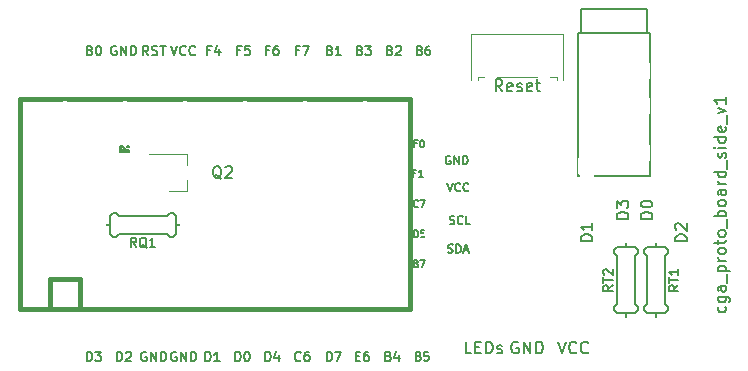
<source format=gto>
G04 #@! TF.GenerationSoftware,KiCad,Pcbnew,(5.1.9)-1*
G04 #@! TF.CreationDate,2021-05-27T01:04:45-06:00*
G04 #@! TF.ProjectId,cga_proto_boards,6367615f-7072-46f7-946f-5f626f617264,rev?*
G04 #@! TF.SameCoordinates,Original*
G04 #@! TF.FileFunction,Legend,Top*
G04 #@! TF.FilePolarity,Positive*
%FSLAX46Y46*%
G04 Gerber Fmt 4.6, Leading zero omitted, Abs format (unit mm)*
G04 Created by KiCad (PCBNEW (5.1.9)-1) date 2021-05-27 01:04:45*
%MOMM*%
%LPD*%
G01*
G04 APERTURE LIST*
%ADD10C,0.150000*%
%ADD11C,0.120000*%
%ADD12C,0.381000*%
%ADD13C,0.200000*%
%ADD14O,1.600000X2.200000*%
%ADD15C,1.500000*%
%ADD16C,1.600000*%
%ADD17R,1.200000X1.500000*%
%ADD18R,1.500000X1.200000*%
%ADD19C,1.200000*%
%ADD20C,2.100000*%
%ADD21C,1.750000*%
%ADD22C,0.402000*%
%ADD23C,1.752600*%
%ADD24C,0.700000*%
%ADD25C,4.400000*%
%ADD26R,1.900000X0.800000*%
%ADD27R,1.752600X1.752600*%
%ADD28O,1.700000X1.700000*%
%ADD29C,1.700000*%
%ADD30R,1.700000X1.700000*%
G04 APERTURE END LIST*
D10*
X86129761Y-40710357D02*
X86177380Y-40805595D01*
X86177380Y-40996071D01*
X86129761Y-41091309D01*
X86082142Y-41138928D01*
X85986904Y-41186547D01*
X85701190Y-41186547D01*
X85605952Y-41138928D01*
X85558333Y-41091309D01*
X85510714Y-40996071D01*
X85510714Y-40805595D01*
X85558333Y-40710357D01*
X85510714Y-39853214D02*
X86320238Y-39853214D01*
X86415476Y-39900833D01*
X86463095Y-39948452D01*
X86510714Y-40043690D01*
X86510714Y-40186547D01*
X86463095Y-40281785D01*
X86129761Y-39853214D02*
X86177380Y-39948452D01*
X86177380Y-40138928D01*
X86129761Y-40234166D01*
X86082142Y-40281785D01*
X85986904Y-40329404D01*
X85701190Y-40329404D01*
X85605952Y-40281785D01*
X85558333Y-40234166D01*
X85510714Y-40138928D01*
X85510714Y-39948452D01*
X85558333Y-39853214D01*
X86177380Y-38948452D02*
X85653571Y-38948452D01*
X85558333Y-38996071D01*
X85510714Y-39091309D01*
X85510714Y-39281785D01*
X85558333Y-39377023D01*
X86129761Y-38948452D02*
X86177380Y-39043690D01*
X86177380Y-39281785D01*
X86129761Y-39377023D01*
X86034523Y-39424642D01*
X85939285Y-39424642D01*
X85844047Y-39377023D01*
X85796428Y-39281785D01*
X85796428Y-39043690D01*
X85748809Y-38948452D01*
X86272619Y-38710357D02*
X86272619Y-37948452D01*
X85510714Y-37710357D02*
X86510714Y-37710357D01*
X85558333Y-37710357D02*
X85510714Y-37615119D01*
X85510714Y-37424642D01*
X85558333Y-37329404D01*
X85605952Y-37281785D01*
X85701190Y-37234166D01*
X85986904Y-37234166D01*
X86082142Y-37281785D01*
X86129761Y-37329404D01*
X86177380Y-37424642D01*
X86177380Y-37615119D01*
X86129761Y-37710357D01*
X86177380Y-36805595D02*
X85510714Y-36805595D01*
X85701190Y-36805595D02*
X85605952Y-36757976D01*
X85558333Y-36710357D01*
X85510714Y-36615119D01*
X85510714Y-36519880D01*
X86177380Y-36043690D02*
X86129761Y-36138928D01*
X86082142Y-36186547D01*
X85986904Y-36234166D01*
X85701190Y-36234166D01*
X85605952Y-36186547D01*
X85558333Y-36138928D01*
X85510714Y-36043690D01*
X85510714Y-35900833D01*
X85558333Y-35805595D01*
X85605952Y-35757976D01*
X85701190Y-35710357D01*
X85986904Y-35710357D01*
X86082142Y-35757976D01*
X86129761Y-35805595D01*
X86177380Y-35900833D01*
X86177380Y-36043690D01*
X85510714Y-35424642D02*
X85510714Y-35043690D01*
X85177380Y-35281785D02*
X86034523Y-35281785D01*
X86129761Y-35234166D01*
X86177380Y-35138928D01*
X86177380Y-35043690D01*
X86177380Y-34567500D02*
X86129761Y-34662738D01*
X86082142Y-34710357D01*
X85986904Y-34757976D01*
X85701190Y-34757976D01*
X85605952Y-34710357D01*
X85558333Y-34662738D01*
X85510714Y-34567500D01*
X85510714Y-34424642D01*
X85558333Y-34329404D01*
X85605952Y-34281785D01*
X85701190Y-34234166D01*
X85986904Y-34234166D01*
X86082142Y-34281785D01*
X86129761Y-34329404D01*
X86177380Y-34424642D01*
X86177380Y-34567500D01*
X86272619Y-34043690D02*
X86272619Y-33281785D01*
X86177380Y-33043690D02*
X85177380Y-33043690D01*
X85558333Y-33043690D02*
X85510714Y-32948452D01*
X85510714Y-32757976D01*
X85558333Y-32662738D01*
X85605952Y-32615119D01*
X85701190Y-32567500D01*
X85986904Y-32567500D01*
X86082142Y-32615119D01*
X86129761Y-32662738D01*
X86177380Y-32757976D01*
X86177380Y-32948452D01*
X86129761Y-33043690D01*
X86177380Y-31996071D02*
X86129761Y-32091309D01*
X86082142Y-32138928D01*
X85986904Y-32186547D01*
X85701190Y-32186547D01*
X85605952Y-32138928D01*
X85558333Y-32091309D01*
X85510714Y-31996071D01*
X85510714Y-31853214D01*
X85558333Y-31757976D01*
X85605952Y-31710357D01*
X85701190Y-31662738D01*
X85986904Y-31662738D01*
X86082142Y-31710357D01*
X86129761Y-31757976D01*
X86177380Y-31853214D01*
X86177380Y-31996071D01*
X86177380Y-30805595D02*
X85653571Y-30805595D01*
X85558333Y-30853214D01*
X85510714Y-30948452D01*
X85510714Y-31138928D01*
X85558333Y-31234166D01*
X86129761Y-30805595D02*
X86177380Y-30900833D01*
X86177380Y-31138928D01*
X86129761Y-31234166D01*
X86034523Y-31281785D01*
X85939285Y-31281785D01*
X85844047Y-31234166D01*
X85796428Y-31138928D01*
X85796428Y-30900833D01*
X85748809Y-30805595D01*
X86177380Y-30329404D02*
X85510714Y-30329404D01*
X85701190Y-30329404D02*
X85605952Y-30281785D01*
X85558333Y-30234166D01*
X85510714Y-30138928D01*
X85510714Y-30043690D01*
X86177380Y-29281785D02*
X85177380Y-29281785D01*
X86129761Y-29281785D02*
X86177380Y-29377023D01*
X86177380Y-29567500D01*
X86129761Y-29662738D01*
X86082142Y-29710357D01*
X85986904Y-29757976D01*
X85701190Y-29757976D01*
X85605952Y-29710357D01*
X85558333Y-29662738D01*
X85510714Y-29567500D01*
X85510714Y-29377023D01*
X85558333Y-29281785D01*
X86272619Y-29043690D02*
X86272619Y-28281785D01*
X86129761Y-28091309D02*
X86177380Y-27996071D01*
X86177380Y-27805595D01*
X86129761Y-27710357D01*
X86034523Y-27662738D01*
X85986904Y-27662738D01*
X85891666Y-27710357D01*
X85844047Y-27805595D01*
X85844047Y-27948452D01*
X85796428Y-28043690D01*
X85701190Y-28091309D01*
X85653571Y-28091309D01*
X85558333Y-28043690D01*
X85510714Y-27948452D01*
X85510714Y-27805595D01*
X85558333Y-27710357D01*
X86177380Y-27234166D02*
X85510714Y-27234166D01*
X85177380Y-27234166D02*
X85225000Y-27281785D01*
X85272619Y-27234166D01*
X85225000Y-27186547D01*
X85177380Y-27234166D01*
X85272619Y-27234166D01*
X86177380Y-26329404D02*
X85177380Y-26329404D01*
X86129761Y-26329404D02*
X86177380Y-26424642D01*
X86177380Y-26615119D01*
X86129761Y-26710357D01*
X86082142Y-26757976D01*
X85986904Y-26805595D01*
X85701190Y-26805595D01*
X85605952Y-26757976D01*
X85558333Y-26710357D01*
X85510714Y-26615119D01*
X85510714Y-26424642D01*
X85558333Y-26329404D01*
X86129761Y-25472261D02*
X86177380Y-25567500D01*
X86177380Y-25757976D01*
X86129761Y-25853214D01*
X86034523Y-25900833D01*
X85653571Y-25900833D01*
X85558333Y-25853214D01*
X85510714Y-25757976D01*
X85510714Y-25567500D01*
X85558333Y-25472261D01*
X85653571Y-25424642D01*
X85748809Y-25424642D01*
X85844047Y-25900833D01*
X86272619Y-25234166D02*
X86272619Y-24472261D01*
X85510714Y-24329404D02*
X86177380Y-24091309D01*
X85510714Y-23853214D01*
X86177380Y-22948452D02*
X86177380Y-23519880D01*
X86177380Y-23234166D02*
X85177380Y-23234166D01*
X85320238Y-23329404D01*
X85415476Y-23424642D01*
X85463095Y-23519880D01*
X79954380Y-33250095D02*
X78954380Y-33250095D01*
X78954380Y-33012000D01*
X79002000Y-32869142D01*
X79097238Y-32773904D01*
X79192476Y-32726285D01*
X79382952Y-32678666D01*
X79525809Y-32678666D01*
X79716285Y-32726285D01*
X79811523Y-32773904D01*
X79906761Y-32869142D01*
X79954380Y-33012000D01*
X79954380Y-33250095D01*
X78954380Y-32059619D02*
X78954380Y-31964380D01*
X79002000Y-31869142D01*
X79049619Y-31821523D01*
X79144857Y-31773904D01*
X79335333Y-31726285D01*
X79573428Y-31726285D01*
X79763904Y-31773904D01*
X79859142Y-31821523D01*
X79906761Y-31869142D01*
X79954380Y-31964380D01*
X79954380Y-32059619D01*
X79906761Y-32154857D01*
X79859142Y-32202476D01*
X79763904Y-32250095D01*
X79573428Y-32297714D01*
X79335333Y-32297714D01*
X79144857Y-32250095D01*
X79049619Y-32202476D01*
X79002000Y-32154857D01*
X78954380Y-32059619D01*
X82875380Y-35155095D02*
X81875380Y-35155095D01*
X81875380Y-34917000D01*
X81923000Y-34774142D01*
X82018238Y-34678904D01*
X82113476Y-34631285D01*
X82303952Y-34583666D01*
X82446809Y-34583666D01*
X82637285Y-34631285D01*
X82732523Y-34678904D01*
X82827761Y-34774142D01*
X82875380Y-34917000D01*
X82875380Y-35155095D01*
X81970619Y-34202714D02*
X81923000Y-34155095D01*
X81875380Y-34059857D01*
X81875380Y-33821761D01*
X81923000Y-33726523D01*
X81970619Y-33678904D01*
X82065857Y-33631285D01*
X82161095Y-33631285D01*
X82303952Y-33678904D01*
X82875380Y-34250333D01*
X82875380Y-33631285D01*
X77922380Y-33250095D02*
X76922380Y-33250095D01*
X76922380Y-33012000D01*
X76970000Y-32869142D01*
X77065238Y-32773904D01*
X77160476Y-32726285D01*
X77350952Y-32678666D01*
X77493809Y-32678666D01*
X77684285Y-32726285D01*
X77779523Y-32773904D01*
X77874761Y-32869142D01*
X77922380Y-33012000D01*
X77922380Y-33250095D01*
X76922380Y-32345333D02*
X76922380Y-31726285D01*
X77303333Y-32059619D01*
X77303333Y-31916761D01*
X77350952Y-31821523D01*
X77398571Y-31773904D01*
X77493809Y-31726285D01*
X77731904Y-31726285D01*
X77827142Y-31773904D01*
X77874761Y-31821523D01*
X77922380Y-31916761D01*
X77922380Y-32202476D01*
X77874761Y-32297714D01*
X77827142Y-32345333D01*
X74874380Y-35155095D02*
X73874380Y-35155095D01*
X73874380Y-34917000D01*
X73922000Y-34774142D01*
X74017238Y-34678904D01*
X74112476Y-34631285D01*
X74302952Y-34583666D01*
X74445809Y-34583666D01*
X74636285Y-34631285D01*
X74731523Y-34678904D01*
X74826761Y-34774142D01*
X74874380Y-34917000D01*
X74874380Y-35155095D01*
X74874380Y-33631285D02*
X74874380Y-34202714D01*
X74874380Y-33917000D02*
X73874380Y-33917000D01*
X74017238Y-34012238D01*
X74112476Y-34107476D01*
X74160095Y-34202714D01*
X62650000Y-36097333D02*
X62750000Y-36130666D01*
X62916666Y-36130666D01*
X62983333Y-36097333D01*
X63016666Y-36064000D01*
X63050000Y-35997333D01*
X63050000Y-35930666D01*
X63016666Y-35864000D01*
X62983333Y-35830666D01*
X62916666Y-35797333D01*
X62783333Y-35764000D01*
X62716666Y-35730666D01*
X62683333Y-35697333D01*
X62650000Y-35630666D01*
X62650000Y-35564000D01*
X62683333Y-35497333D01*
X62716666Y-35464000D01*
X62783333Y-35430666D01*
X62950000Y-35430666D01*
X63050000Y-35464000D01*
X63350000Y-36130666D02*
X63350000Y-35430666D01*
X63516666Y-35430666D01*
X63616666Y-35464000D01*
X63683333Y-35530666D01*
X63716666Y-35597333D01*
X63750000Y-35730666D01*
X63750000Y-35830666D01*
X63716666Y-35964000D01*
X63683333Y-36030666D01*
X63616666Y-36097333D01*
X63516666Y-36130666D01*
X63350000Y-36130666D01*
X64016666Y-35930666D02*
X64350000Y-35930666D01*
X63950000Y-36130666D02*
X64183333Y-35430666D01*
X64416666Y-36130666D01*
X62793666Y-33684333D02*
X62893666Y-33717666D01*
X63060333Y-33717666D01*
X63127000Y-33684333D01*
X63160333Y-33651000D01*
X63193666Y-33584333D01*
X63193666Y-33517666D01*
X63160333Y-33451000D01*
X63127000Y-33417666D01*
X63060333Y-33384333D01*
X62927000Y-33351000D01*
X62860333Y-33317666D01*
X62827000Y-33284333D01*
X62793666Y-33217666D01*
X62793666Y-33151000D01*
X62827000Y-33084333D01*
X62860333Y-33051000D01*
X62927000Y-33017666D01*
X63093666Y-33017666D01*
X63193666Y-33051000D01*
X63893666Y-33651000D02*
X63860333Y-33684333D01*
X63760333Y-33717666D01*
X63693666Y-33717666D01*
X63593666Y-33684333D01*
X63527000Y-33617666D01*
X63493666Y-33551000D01*
X63460333Y-33417666D01*
X63460333Y-33317666D01*
X63493666Y-33184333D01*
X63527000Y-33117666D01*
X63593666Y-33051000D01*
X63693666Y-33017666D01*
X63760333Y-33017666D01*
X63860333Y-33051000D01*
X63893666Y-33084333D01*
X64527000Y-33717666D02*
X64193666Y-33717666D01*
X64193666Y-33017666D01*
X62566666Y-30223666D02*
X62800000Y-30923666D01*
X63033333Y-30223666D01*
X63666666Y-30857000D02*
X63633333Y-30890333D01*
X63533333Y-30923666D01*
X63466666Y-30923666D01*
X63366666Y-30890333D01*
X63300000Y-30823666D01*
X63266666Y-30757000D01*
X63233333Y-30623666D01*
X63233333Y-30523666D01*
X63266666Y-30390333D01*
X63300000Y-30323666D01*
X63366666Y-30257000D01*
X63466666Y-30223666D01*
X63533333Y-30223666D01*
X63633333Y-30257000D01*
X63666666Y-30290333D01*
X64366666Y-30857000D02*
X64333333Y-30890333D01*
X64233333Y-30923666D01*
X64166666Y-30923666D01*
X64066666Y-30890333D01*
X64000000Y-30823666D01*
X63966666Y-30757000D01*
X63933333Y-30623666D01*
X63933333Y-30523666D01*
X63966666Y-30390333D01*
X64000000Y-30323666D01*
X64066666Y-30257000D01*
X64166666Y-30223666D01*
X64233333Y-30223666D01*
X64333333Y-30257000D01*
X64366666Y-30290333D01*
X62839666Y-27971000D02*
X62773000Y-27937666D01*
X62673000Y-27937666D01*
X62573000Y-27971000D01*
X62506333Y-28037666D01*
X62473000Y-28104333D01*
X62439666Y-28237666D01*
X62439666Y-28337666D01*
X62473000Y-28471000D01*
X62506333Y-28537666D01*
X62573000Y-28604333D01*
X62673000Y-28637666D01*
X62739666Y-28637666D01*
X62839666Y-28604333D01*
X62873000Y-28571000D01*
X62873000Y-28337666D01*
X62739666Y-28337666D01*
X63173000Y-28637666D02*
X63173000Y-27937666D01*
X63573000Y-28637666D01*
X63573000Y-27937666D01*
X63906333Y-28637666D02*
X63906333Y-27937666D01*
X64073000Y-27937666D01*
X64173000Y-27971000D01*
X64239666Y-28037666D01*
X64273000Y-28104333D01*
X64306333Y-28237666D01*
X64306333Y-28337666D01*
X64273000Y-28471000D01*
X64239666Y-28537666D01*
X64173000Y-28604333D01*
X64073000Y-28637666D01*
X63906333Y-28637666D01*
G04 #@! TO.C,T1*
X79744000Y-17526000D02*
X73644000Y-17526000D01*
X79744000Y-29626000D02*
X73644000Y-29626000D01*
X79744000Y-17526000D02*
X79744000Y-29626000D01*
X73644000Y-17526000D02*
X73644000Y-29626000D01*
X79494000Y-17526000D02*
X79494000Y-15526000D01*
X73894000Y-17526000D02*
X73894000Y-15526000D01*
X79494000Y-15526000D02*
X73894000Y-15526000D01*
G04 #@! TO.C,RT2*
X77724000Y-41275000D02*
X77724000Y-41783000D01*
X77724000Y-35179000D02*
X77724000Y-35687000D01*
X76962000Y-35687000D02*
X78486000Y-35687000D01*
X76708000Y-35941000D02*
X76962000Y-35687000D01*
X76708000Y-36195000D02*
X76708000Y-35941000D01*
X76962000Y-36449000D02*
X76708000Y-36195000D01*
X76962000Y-40513000D02*
X76962000Y-36449000D01*
X76708000Y-40767000D02*
X76962000Y-40513000D01*
X76708000Y-41021000D02*
X76708000Y-40767000D01*
X76962000Y-41275000D02*
X76708000Y-41021000D01*
X78486000Y-41275000D02*
X76962000Y-41275000D01*
X78740000Y-41021000D02*
X78486000Y-41275000D01*
X78740000Y-40767000D02*
X78740000Y-41021000D01*
X78486000Y-40513000D02*
X78740000Y-40767000D01*
X78486000Y-36449000D02*
X78486000Y-40513000D01*
X78740000Y-36195000D02*
X78486000Y-36449000D01*
X78740000Y-35941000D02*
X78740000Y-36195000D01*
X78486000Y-35687000D02*
X78740000Y-35941000D01*
G04 #@! TO.C,RT1*
X80264000Y-41275000D02*
X80264000Y-41783000D01*
X80264000Y-35179000D02*
X80264000Y-35687000D01*
X79502000Y-35687000D02*
X81026000Y-35687000D01*
X79248000Y-35941000D02*
X79502000Y-35687000D01*
X79248000Y-36195000D02*
X79248000Y-35941000D01*
X79502000Y-36449000D02*
X79248000Y-36195000D01*
X79502000Y-40513000D02*
X79502000Y-36449000D01*
X79248000Y-40767000D02*
X79502000Y-40513000D01*
X79248000Y-41021000D02*
X79248000Y-40767000D01*
X79502000Y-41275000D02*
X79248000Y-41021000D01*
X81026000Y-41275000D02*
X79502000Y-41275000D01*
X81280000Y-41021000D02*
X81026000Y-41275000D01*
X81280000Y-40767000D02*
X81280000Y-41021000D01*
X81026000Y-40513000D02*
X81280000Y-40767000D01*
X81026000Y-36449000D02*
X81026000Y-40513000D01*
X81280000Y-36195000D02*
X81026000Y-36449000D01*
X81280000Y-35941000D02*
X81280000Y-36195000D01*
X81026000Y-35687000D02*
X81280000Y-35941000D01*
G04 #@! TO.C,RQ1*
X39624000Y-33782000D02*
X40132000Y-33782000D01*
X33528000Y-33782000D02*
X34036000Y-33782000D01*
X34036000Y-34544000D02*
X34036000Y-33020000D01*
X34290000Y-34798000D02*
X34036000Y-34544000D01*
X34544000Y-34798000D02*
X34290000Y-34798000D01*
X34798000Y-34544000D02*
X34544000Y-34798000D01*
X38862000Y-34544000D02*
X34798000Y-34544000D01*
X39116000Y-34798000D02*
X38862000Y-34544000D01*
X39370000Y-34798000D02*
X39116000Y-34798000D01*
X39624000Y-34544000D02*
X39370000Y-34798000D01*
X39624000Y-33020000D02*
X39624000Y-34544000D01*
X39370000Y-32766000D02*
X39624000Y-33020000D01*
X39116000Y-32766000D02*
X39370000Y-32766000D01*
X38862000Y-33020000D02*
X39116000Y-32766000D01*
X34798000Y-33020000D02*
X38862000Y-33020000D01*
X34544000Y-32766000D02*
X34798000Y-33020000D01*
X34290000Y-32766000D02*
X34544000Y-32766000D01*
X34036000Y-33020000D02*
X34290000Y-32766000D01*
D11*
G04 #@! TO.C,Reset*
X64633000Y-17620000D02*
X64633000Y-21520000D01*
X66793000Y-21290000D02*
X70193000Y-21290000D01*
X65153000Y-21290000D02*
X65153000Y-21520000D01*
X65153000Y-21290000D02*
X65693000Y-21290000D01*
X71833000Y-21290000D02*
X71833000Y-21520000D01*
X64633000Y-17620000D02*
X72353000Y-17620000D01*
X72353000Y-17620000D02*
X72353000Y-21520000D01*
X71293000Y-21290000D02*
X71833000Y-21290000D01*
G04 #@! TO.C,Q2*
X40511000Y-30917000D02*
X39051000Y-30917000D01*
X40511000Y-27757000D02*
X37351000Y-27757000D01*
X40511000Y-27757000D02*
X40511000Y-28687000D01*
X40511000Y-30917000D02*
X40511000Y-29987000D01*
D12*
G04 #@! TO.C,U1*
X28956000Y-38354000D02*
X28956000Y-40894000D01*
X26416000Y-40894000D02*
X28956000Y-40894000D01*
X26416000Y-23114000D02*
X26416000Y-40894000D01*
X28956000Y-23114000D02*
X26416000Y-23114000D01*
D10*
G36*
X35435360Y-27072432D02*
G01*
X35635360Y-27072432D01*
X35635360Y-27172432D01*
X35435360Y-27172432D01*
X35435360Y-27072432D01*
G37*
X35435360Y-27072432D02*
X35635360Y-27072432D01*
X35635360Y-27172432D01*
X35435360Y-27172432D01*
X35435360Y-27072432D01*
G36*
X34835360Y-27472432D02*
G01*
X35635360Y-27472432D01*
X35635360Y-27572432D01*
X34835360Y-27572432D01*
X34835360Y-27472432D01*
G37*
X34835360Y-27472432D02*
X35635360Y-27472432D01*
X35635360Y-27572432D01*
X34835360Y-27572432D01*
X34835360Y-27472432D01*
G36*
X34835360Y-27072432D02*
G01*
X34935360Y-27072432D01*
X34935360Y-27572432D01*
X34835360Y-27572432D01*
X34835360Y-27072432D01*
G37*
X34835360Y-27072432D02*
X34935360Y-27072432D01*
X34935360Y-27572432D01*
X34835360Y-27572432D01*
X34835360Y-27072432D01*
G36*
X35235360Y-27272432D02*
G01*
X35335360Y-27272432D01*
X35335360Y-27372432D01*
X35235360Y-27372432D01*
X35235360Y-27272432D01*
G37*
X35235360Y-27272432D02*
X35335360Y-27272432D01*
X35335360Y-27372432D01*
X35235360Y-27372432D01*
X35235360Y-27272432D01*
G36*
X34835360Y-27072432D02*
G01*
X35135360Y-27072432D01*
X35135360Y-27172432D01*
X34835360Y-27172432D01*
X34835360Y-27072432D01*
G37*
X34835360Y-27072432D02*
X35135360Y-27072432D01*
X35135360Y-27172432D01*
X34835360Y-27172432D01*
X34835360Y-27072432D01*
D12*
X31496000Y-38354000D02*
X31496000Y-40894000D01*
X28956000Y-38354000D02*
X31496000Y-38354000D01*
X59436000Y-23114000D02*
X28956000Y-23114000D01*
X59436000Y-40894000D02*
X59436000Y-23114000D01*
X28956000Y-40894000D02*
X59436000Y-40894000D01*
G04 #@! TO.C,*
D10*
G04 #@! TO.C,RT2*
X76585904Y-38893695D02*
X76204952Y-39160361D01*
X76585904Y-39350838D02*
X75785904Y-39350838D01*
X75785904Y-39046076D01*
X75824000Y-38969885D01*
X75862095Y-38931790D01*
X75938285Y-38893695D01*
X76052571Y-38893695D01*
X76128761Y-38931790D01*
X76166857Y-38969885D01*
X76204952Y-39046076D01*
X76204952Y-39350838D01*
X75785904Y-38665123D02*
X75785904Y-38207980D01*
X76585904Y-38436552D02*
X75785904Y-38436552D01*
X75862095Y-37979409D02*
X75824000Y-37941314D01*
X75785904Y-37865123D01*
X75785904Y-37674647D01*
X75824000Y-37598457D01*
X75862095Y-37560361D01*
X75938285Y-37522266D01*
X76014476Y-37522266D01*
X76128761Y-37560361D01*
X76585904Y-38017504D01*
X76585904Y-37522266D01*
G04 #@! TO.C,RT1*
X82149904Y-38893695D02*
X81768952Y-39160361D01*
X82149904Y-39350838D02*
X81349904Y-39350838D01*
X81349904Y-39046076D01*
X81388000Y-38969885D01*
X81426095Y-38931790D01*
X81502285Y-38893695D01*
X81616571Y-38893695D01*
X81692761Y-38931790D01*
X81730857Y-38969885D01*
X81768952Y-39046076D01*
X81768952Y-39350838D01*
X81349904Y-38665123D02*
X81349904Y-38207980D01*
X82149904Y-38436552D02*
X81349904Y-38436552D01*
X82149904Y-37522266D02*
X82149904Y-37979409D01*
X82149904Y-37750838D02*
X81349904Y-37750838D01*
X81464190Y-37827028D01*
X81540380Y-37903219D01*
X81578476Y-37979409D01*
G04 #@! TO.C,RQ1*
X36252219Y-35643904D02*
X35985552Y-35262952D01*
X35795076Y-35643904D02*
X35795076Y-34843904D01*
X36099838Y-34843904D01*
X36176028Y-34882000D01*
X36214123Y-34920095D01*
X36252219Y-34996285D01*
X36252219Y-35110571D01*
X36214123Y-35186761D01*
X36176028Y-35224857D01*
X36099838Y-35262952D01*
X35795076Y-35262952D01*
X37128409Y-35720095D02*
X37052219Y-35682000D01*
X36976028Y-35605809D01*
X36861742Y-35491523D01*
X36785552Y-35453428D01*
X36709361Y-35453428D01*
X36747457Y-35643904D02*
X36671266Y-35605809D01*
X36595076Y-35529619D01*
X36556980Y-35377238D01*
X36556980Y-35110571D01*
X36595076Y-34958190D01*
X36671266Y-34882000D01*
X36747457Y-34843904D01*
X36899838Y-34843904D01*
X36976028Y-34882000D01*
X37052219Y-34958190D01*
X37090314Y-35110571D01*
X37090314Y-35377238D01*
X37052219Y-35529619D01*
X36976028Y-35605809D01*
X36899838Y-35643904D01*
X36747457Y-35643904D01*
X37852219Y-35643904D02*
X37395076Y-35643904D01*
X37623647Y-35643904D02*
X37623647Y-34843904D01*
X37547457Y-34958190D01*
X37471266Y-35034380D01*
X37395076Y-35072476D01*
G04 #@! TO.C,Reset*
X67254904Y-22452380D02*
X66921571Y-21976190D01*
X66683476Y-22452380D02*
X66683476Y-21452380D01*
X67064428Y-21452380D01*
X67159666Y-21500000D01*
X67207285Y-21547619D01*
X67254904Y-21642857D01*
X67254904Y-21785714D01*
X67207285Y-21880952D01*
X67159666Y-21928571D01*
X67064428Y-21976190D01*
X66683476Y-21976190D01*
X68064428Y-22404761D02*
X67969190Y-22452380D01*
X67778714Y-22452380D01*
X67683476Y-22404761D01*
X67635857Y-22309523D01*
X67635857Y-21928571D01*
X67683476Y-21833333D01*
X67778714Y-21785714D01*
X67969190Y-21785714D01*
X68064428Y-21833333D01*
X68112047Y-21928571D01*
X68112047Y-22023809D01*
X67635857Y-22119047D01*
X68493000Y-22404761D02*
X68588238Y-22452380D01*
X68778714Y-22452380D01*
X68873952Y-22404761D01*
X68921571Y-22309523D01*
X68921571Y-22261904D01*
X68873952Y-22166666D01*
X68778714Y-22119047D01*
X68635857Y-22119047D01*
X68540619Y-22071428D01*
X68493000Y-21976190D01*
X68493000Y-21928571D01*
X68540619Y-21833333D01*
X68635857Y-21785714D01*
X68778714Y-21785714D01*
X68873952Y-21833333D01*
X69731095Y-22404761D02*
X69635857Y-22452380D01*
X69445380Y-22452380D01*
X69350142Y-22404761D01*
X69302523Y-22309523D01*
X69302523Y-21928571D01*
X69350142Y-21833333D01*
X69445380Y-21785714D01*
X69635857Y-21785714D01*
X69731095Y-21833333D01*
X69778714Y-21928571D01*
X69778714Y-22023809D01*
X69302523Y-22119047D01*
X70064428Y-21785714D02*
X70445380Y-21785714D01*
X70207285Y-21452380D02*
X70207285Y-22309523D01*
X70254904Y-22404761D01*
X70350142Y-22452380D01*
X70445380Y-22452380D01*
G04 #@! TO.C,H3*
D13*
X71945666Y-43648380D02*
X72279000Y-44648380D01*
X72612333Y-43648380D01*
X73517095Y-44553142D02*
X73469476Y-44600761D01*
X73326619Y-44648380D01*
X73231380Y-44648380D01*
X73088523Y-44600761D01*
X72993285Y-44505523D01*
X72945666Y-44410285D01*
X72898047Y-44219809D01*
X72898047Y-44076952D01*
X72945666Y-43886476D01*
X72993285Y-43791238D01*
X73088523Y-43696000D01*
X73231380Y-43648380D01*
X73326619Y-43648380D01*
X73469476Y-43696000D01*
X73517095Y-43743619D01*
X74517095Y-44553142D02*
X74469476Y-44600761D01*
X74326619Y-44648380D01*
X74231380Y-44648380D01*
X74088523Y-44600761D01*
X73993285Y-44505523D01*
X73945666Y-44410285D01*
X73898047Y-44219809D01*
X73898047Y-44076952D01*
X73945666Y-43886476D01*
X73993285Y-43791238D01*
X74088523Y-43696000D01*
X74231380Y-43648380D01*
X74326619Y-43648380D01*
X74469476Y-43696000D01*
X74517095Y-43743619D01*
G04 #@! TO.C,H2*
X68580095Y-43696000D02*
X68484857Y-43648380D01*
X68342000Y-43648380D01*
X68199142Y-43696000D01*
X68103904Y-43791238D01*
X68056285Y-43886476D01*
X68008666Y-44076952D01*
X68008666Y-44219809D01*
X68056285Y-44410285D01*
X68103904Y-44505523D01*
X68199142Y-44600761D01*
X68342000Y-44648380D01*
X68437238Y-44648380D01*
X68580095Y-44600761D01*
X68627714Y-44553142D01*
X68627714Y-44219809D01*
X68437238Y-44219809D01*
X69056285Y-44648380D02*
X69056285Y-43648380D01*
X69627714Y-44648380D01*
X69627714Y-43648380D01*
X70103904Y-44648380D02*
X70103904Y-43648380D01*
X70342000Y-43648380D01*
X70484857Y-43696000D01*
X70580095Y-43791238D01*
X70627714Y-43886476D01*
X70675333Y-44076952D01*
X70675333Y-44219809D01*
X70627714Y-44410285D01*
X70580095Y-44505523D01*
X70484857Y-44600761D01*
X70342000Y-44648380D01*
X70103904Y-44648380D01*
G04 #@! TO.C,H1*
X64611380Y-44648380D02*
X64135190Y-44648380D01*
X64135190Y-43648380D01*
X64944714Y-44124571D02*
X65278047Y-44124571D01*
X65420904Y-44648380D02*
X64944714Y-44648380D01*
X64944714Y-43648380D01*
X65420904Y-43648380D01*
X65849476Y-44648380D02*
X65849476Y-43648380D01*
X66087571Y-43648380D01*
X66230428Y-43696000D01*
X66325666Y-43791238D01*
X66373285Y-43886476D01*
X66420904Y-44076952D01*
X66420904Y-44219809D01*
X66373285Y-44410285D01*
X66325666Y-44505523D01*
X66230428Y-44600761D01*
X66087571Y-44648380D01*
X65849476Y-44648380D01*
X66801857Y-44600761D02*
X66897095Y-44648380D01*
X67087571Y-44648380D01*
X67182809Y-44600761D01*
X67230428Y-44505523D01*
X67230428Y-44457904D01*
X67182809Y-44362666D01*
X67087571Y-44315047D01*
X66944714Y-44315047D01*
X66849476Y-44267428D01*
X66801857Y-44172190D01*
X66801857Y-44124571D01*
X66849476Y-44029333D01*
X66944714Y-43981714D01*
X67087571Y-43981714D01*
X67182809Y-44029333D01*
G04 #@! TO.C,Q2*
D10*
X43465761Y-29884619D02*
X43370523Y-29837000D01*
X43275285Y-29741761D01*
X43132428Y-29598904D01*
X43037190Y-29551285D01*
X42941952Y-29551285D01*
X42989571Y-29789380D02*
X42894333Y-29741761D01*
X42799095Y-29646523D01*
X42751476Y-29456047D01*
X42751476Y-29122714D01*
X42799095Y-28932238D01*
X42894333Y-28837000D01*
X42989571Y-28789380D01*
X43180047Y-28789380D01*
X43275285Y-28837000D01*
X43370523Y-28932238D01*
X43418142Y-29122714D01*
X43418142Y-29456047D01*
X43370523Y-29646523D01*
X43275285Y-29741761D01*
X43180047Y-29789380D01*
X42989571Y-29789380D01*
X43799095Y-28884619D02*
X43846714Y-28837000D01*
X43941952Y-28789380D01*
X44180047Y-28789380D01*
X44275285Y-28837000D01*
X44322904Y-28884619D01*
X44370523Y-28979857D01*
X44370523Y-29075095D01*
X44322904Y-29217952D01*
X43751476Y-29789380D01*
X44370523Y-29789380D01*
G04 #@! TO.C,U1*
X57715190Y-18992857D02*
X57829476Y-19030952D01*
X57867571Y-19069047D01*
X57905666Y-19145238D01*
X57905666Y-19259523D01*
X57867571Y-19335714D01*
X57829476Y-19373809D01*
X57753285Y-19411904D01*
X57448523Y-19411904D01*
X57448523Y-18611904D01*
X57715190Y-18611904D01*
X57791380Y-18650000D01*
X57829476Y-18688095D01*
X57867571Y-18764285D01*
X57867571Y-18840476D01*
X57829476Y-18916666D01*
X57791380Y-18954761D01*
X57715190Y-18992857D01*
X57448523Y-18992857D01*
X58210428Y-18688095D02*
X58248523Y-18650000D01*
X58324714Y-18611904D01*
X58515190Y-18611904D01*
X58591380Y-18650000D01*
X58629476Y-18688095D01*
X58667571Y-18764285D01*
X58667571Y-18840476D01*
X58629476Y-18954761D01*
X58172333Y-19411904D01*
X58667571Y-19411904D01*
X50025333Y-18992857D02*
X49758666Y-18992857D01*
X49758666Y-19411904D02*
X49758666Y-18611904D01*
X50139619Y-18611904D01*
X50368190Y-18611904D02*
X50901523Y-18611904D01*
X50558666Y-19411904D01*
X47485333Y-18992857D02*
X47218666Y-18992857D01*
X47218666Y-19411904D02*
X47218666Y-18611904D01*
X47599619Y-18611904D01*
X48247238Y-18611904D02*
X48094857Y-18611904D01*
X48018666Y-18650000D01*
X47980571Y-18688095D01*
X47904380Y-18802380D01*
X47866285Y-18954761D01*
X47866285Y-19259523D01*
X47904380Y-19335714D01*
X47942476Y-19373809D01*
X48018666Y-19411904D01*
X48171047Y-19411904D01*
X48247238Y-19373809D01*
X48285333Y-19335714D01*
X48323428Y-19259523D01*
X48323428Y-19069047D01*
X48285333Y-18992857D01*
X48247238Y-18954761D01*
X48171047Y-18916666D01*
X48018666Y-18916666D01*
X47942476Y-18954761D01*
X47904380Y-18992857D01*
X47866285Y-19069047D01*
X45072333Y-18992857D02*
X44805666Y-18992857D01*
X44805666Y-19411904D02*
X44805666Y-18611904D01*
X45186619Y-18611904D01*
X45872333Y-18611904D02*
X45491380Y-18611904D01*
X45453285Y-18992857D01*
X45491380Y-18954761D01*
X45567571Y-18916666D01*
X45758047Y-18916666D01*
X45834238Y-18954761D01*
X45872333Y-18992857D01*
X45910428Y-19069047D01*
X45910428Y-19259523D01*
X45872333Y-19335714D01*
X45834238Y-19373809D01*
X45758047Y-19411904D01*
X45567571Y-19411904D01*
X45491380Y-19373809D01*
X45453285Y-19335714D01*
X32315190Y-18992857D02*
X32429476Y-19030952D01*
X32467571Y-19069047D01*
X32505666Y-19145238D01*
X32505666Y-19259523D01*
X32467571Y-19335714D01*
X32429476Y-19373809D01*
X32353285Y-19411904D01*
X32048523Y-19411904D01*
X32048523Y-18611904D01*
X32315190Y-18611904D01*
X32391380Y-18650000D01*
X32429476Y-18688095D01*
X32467571Y-18764285D01*
X32467571Y-18840476D01*
X32429476Y-18916666D01*
X32391380Y-18954761D01*
X32315190Y-18992857D01*
X32048523Y-18992857D01*
X33000904Y-18611904D02*
X33077095Y-18611904D01*
X33153285Y-18650000D01*
X33191380Y-18688095D01*
X33229476Y-18764285D01*
X33267571Y-18916666D01*
X33267571Y-19107142D01*
X33229476Y-19259523D01*
X33191380Y-19335714D01*
X33153285Y-19373809D01*
X33077095Y-19411904D01*
X33000904Y-19411904D01*
X32924714Y-19373809D01*
X32886619Y-19335714D01*
X32848523Y-19259523D01*
X32810428Y-19107142D01*
X32810428Y-18916666D01*
X32848523Y-18764285D01*
X32886619Y-18688095D01*
X32924714Y-18650000D01*
X33000904Y-18611904D01*
X34569476Y-18650000D02*
X34493285Y-18611904D01*
X34379000Y-18611904D01*
X34264714Y-18650000D01*
X34188523Y-18726190D01*
X34150428Y-18802380D01*
X34112333Y-18954761D01*
X34112333Y-19069047D01*
X34150428Y-19221428D01*
X34188523Y-19297619D01*
X34264714Y-19373809D01*
X34379000Y-19411904D01*
X34455190Y-19411904D01*
X34569476Y-19373809D01*
X34607571Y-19335714D01*
X34607571Y-19069047D01*
X34455190Y-19069047D01*
X34950428Y-19411904D02*
X34950428Y-18611904D01*
X35407571Y-19411904D01*
X35407571Y-18611904D01*
X35788523Y-19411904D02*
X35788523Y-18611904D01*
X35979000Y-18611904D01*
X36093285Y-18650000D01*
X36169476Y-18726190D01*
X36207571Y-18802380D01*
X36245666Y-18954761D01*
X36245666Y-19069047D01*
X36207571Y-19221428D01*
X36169476Y-19297619D01*
X36093285Y-19373809D01*
X35979000Y-19411904D01*
X35788523Y-19411904D01*
X37280904Y-19411904D02*
X37014238Y-19030952D01*
X36823761Y-19411904D02*
X36823761Y-18611904D01*
X37128523Y-18611904D01*
X37204714Y-18650000D01*
X37242809Y-18688095D01*
X37280904Y-18764285D01*
X37280904Y-18878571D01*
X37242809Y-18954761D01*
X37204714Y-18992857D01*
X37128523Y-19030952D01*
X36823761Y-19030952D01*
X37585666Y-19373809D02*
X37699952Y-19411904D01*
X37890428Y-19411904D01*
X37966619Y-19373809D01*
X38004714Y-19335714D01*
X38042809Y-19259523D01*
X38042809Y-19183333D01*
X38004714Y-19107142D01*
X37966619Y-19069047D01*
X37890428Y-19030952D01*
X37738047Y-18992857D01*
X37661857Y-18954761D01*
X37623761Y-18916666D01*
X37585666Y-18840476D01*
X37585666Y-18764285D01*
X37623761Y-18688095D01*
X37661857Y-18650000D01*
X37738047Y-18611904D01*
X37928523Y-18611904D01*
X38042809Y-18650000D01*
X38271380Y-18611904D02*
X38728523Y-18611904D01*
X38499952Y-19411904D02*
X38499952Y-18611904D01*
X39192333Y-18611904D02*
X39459000Y-19411904D01*
X39725666Y-18611904D01*
X40449476Y-19335714D02*
X40411380Y-19373809D01*
X40297095Y-19411904D01*
X40220904Y-19411904D01*
X40106619Y-19373809D01*
X40030428Y-19297619D01*
X39992333Y-19221428D01*
X39954238Y-19069047D01*
X39954238Y-18954761D01*
X39992333Y-18802380D01*
X40030428Y-18726190D01*
X40106619Y-18650000D01*
X40220904Y-18611904D01*
X40297095Y-18611904D01*
X40411380Y-18650000D01*
X40449476Y-18688095D01*
X41249476Y-19335714D02*
X41211380Y-19373809D01*
X41097095Y-19411904D01*
X41020904Y-19411904D01*
X40906619Y-19373809D01*
X40830428Y-19297619D01*
X40792333Y-19221428D01*
X40754238Y-19069047D01*
X40754238Y-18954761D01*
X40792333Y-18802380D01*
X40830428Y-18726190D01*
X40906619Y-18650000D01*
X41020904Y-18611904D01*
X41097095Y-18611904D01*
X41211380Y-18650000D01*
X41249476Y-18688095D01*
X42532333Y-18992857D02*
X42265666Y-18992857D01*
X42265666Y-19411904D02*
X42265666Y-18611904D01*
X42646619Y-18611904D01*
X43294238Y-18878571D02*
X43294238Y-19411904D01*
X43103761Y-18573809D02*
X42913285Y-19145238D01*
X43408523Y-19145238D01*
X52635190Y-18992857D02*
X52749476Y-19030952D01*
X52787571Y-19069047D01*
X52825666Y-19145238D01*
X52825666Y-19259523D01*
X52787571Y-19335714D01*
X52749476Y-19373809D01*
X52673285Y-19411904D01*
X52368523Y-19411904D01*
X52368523Y-18611904D01*
X52635190Y-18611904D01*
X52711380Y-18650000D01*
X52749476Y-18688095D01*
X52787571Y-18764285D01*
X52787571Y-18840476D01*
X52749476Y-18916666D01*
X52711380Y-18954761D01*
X52635190Y-18992857D01*
X52368523Y-18992857D01*
X53587571Y-19411904D02*
X53130428Y-19411904D01*
X53359000Y-19411904D02*
X53359000Y-18611904D01*
X53282809Y-18726190D01*
X53206619Y-18802380D01*
X53130428Y-18840476D01*
X55175190Y-18992857D02*
X55289476Y-19030952D01*
X55327571Y-19069047D01*
X55365666Y-19145238D01*
X55365666Y-19259523D01*
X55327571Y-19335714D01*
X55289476Y-19373809D01*
X55213285Y-19411904D01*
X54908523Y-19411904D01*
X54908523Y-18611904D01*
X55175190Y-18611904D01*
X55251380Y-18650000D01*
X55289476Y-18688095D01*
X55327571Y-18764285D01*
X55327571Y-18840476D01*
X55289476Y-18916666D01*
X55251380Y-18954761D01*
X55175190Y-18992857D01*
X54908523Y-18992857D01*
X55632333Y-18611904D02*
X56127571Y-18611904D01*
X55860904Y-18916666D01*
X55975190Y-18916666D01*
X56051380Y-18954761D01*
X56089476Y-18992857D01*
X56127571Y-19069047D01*
X56127571Y-19259523D01*
X56089476Y-19335714D01*
X56051380Y-19373809D01*
X55975190Y-19411904D01*
X55746619Y-19411904D01*
X55670428Y-19373809D01*
X55632333Y-19335714D01*
X60168666Y-44908000D02*
X60268666Y-44941333D01*
X60302000Y-44974666D01*
X60335333Y-45041333D01*
X60335333Y-45141333D01*
X60302000Y-45208000D01*
X60268666Y-45241333D01*
X60202000Y-45274666D01*
X59935333Y-45274666D01*
X59935333Y-44574666D01*
X60168666Y-44574666D01*
X60235333Y-44608000D01*
X60268666Y-44641333D01*
X60302000Y-44708000D01*
X60302000Y-44774666D01*
X60268666Y-44841333D01*
X60235333Y-44874666D01*
X60168666Y-44908000D01*
X59935333Y-44908000D01*
X60968666Y-44574666D02*
X60635333Y-44574666D01*
X60602000Y-44908000D01*
X60635333Y-44874666D01*
X60702000Y-44841333D01*
X60868666Y-44841333D01*
X60935333Y-44874666D01*
X60968666Y-44908000D01*
X61002000Y-44974666D01*
X61002000Y-45141333D01*
X60968666Y-45208000D01*
X60935333Y-45241333D01*
X60868666Y-45274666D01*
X60702000Y-45274666D01*
X60635333Y-45241333D01*
X60602000Y-45208000D01*
X57588190Y-44900857D02*
X57702476Y-44938952D01*
X57740571Y-44977047D01*
X57778666Y-45053238D01*
X57778666Y-45167523D01*
X57740571Y-45243714D01*
X57702476Y-45281809D01*
X57626285Y-45319904D01*
X57321523Y-45319904D01*
X57321523Y-44519904D01*
X57588190Y-44519904D01*
X57664380Y-44558000D01*
X57702476Y-44596095D01*
X57740571Y-44672285D01*
X57740571Y-44748476D01*
X57702476Y-44824666D01*
X57664380Y-44862761D01*
X57588190Y-44900857D01*
X57321523Y-44900857D01*
X58464380Y-44786571D02*
X58464380Y-45319904D01*
X58273904Y-44481809D02*
X58083428Y-45053238D01*
X58578666Y-45053238D01*
X54819619Y-44900857D02*
X55086285Y-44900857D01*
X55200571Y-45319904D02*
X54819619Y-45319904D01*
X54819619Y-44519904D01*
X55200571Y-44519904D01*
X55886285Y-44519904D02*
X55733904Y-44519904D01*
X55657714Y-44558000D01*
X55619619Y-44596095D01*
X55543428Y-44710380D01*
X55505333Y-44862761D01*
X55505333Y-45167523D01*
X55543428Y-45243714D01*
X55581523Y-45281809D01*
X55657714Y-45319904D01*
X55810095Y-45319904D01*
X55886285Y-45281809D01*
X55924380Y-45243714D01*
X55962476Y-45167523D01*
X55962476Y-44977047D01*
X55924380Y-44900857D01*
X55886285Y-44862761D01*
X55810095Y-44824666D01*
X55657714Y-44824666D01*
X55581523Y-44862761D01*
X55543428Y-44900857D01*
X55505333Y-44977047D01*
X52368523Y-45319904D02*
X52368523Y-44519904D01*
X52559000Y-44519904D01*
X52673285Y-44558000D01*
X52749476Y-44634190D01*
X52787571Y-44710380D01*
X52825666Y-44862761D01*
X52825666Y-44977047D01*
X52787571Y-45129428D01*
X52749476Y-45205619D01*
X52673285Y-45281809D01*
X52559000Y-45319904D01*
X52368523Y-45319904D01*
X53092333Y-44519904D02*
X53625666Y-44519904D01*
X53282809Y-45319904D01*
X50158666Y-45243714D02*
X50120571Y-45281809D01*
X50006285Y-45319904D01*
X49930095Y-45319904D01*
X49815809Y-45281809D01*
X49739619Y-45205619D01*
X49701523Y-45129428D01*
X49663428Y-44977047D01*
X49663428Y-44862761D01*
X49701523Y-44710380D01*
X49739619Y-44634190D01*
X49815809Y-44558000D01*
X49930095Y-44519904D01*
X50006285Y-44519904D01*
X50120571Y-44558000D01*
X50158666Y-44596095D01*
X50844380Y-44519904D02*
X50692000Y-44519904D01*
X50615809Y-44558000D01*
X50577714Y-44596095D01*
X50501523Y-44710380D01*
X50463428Y-44862761D01*
X50463428Y-45167523D01*
X50501523Y-45243714D01*
X50539619Y-45281809D01*
X50615809Y-45319904D01*
X50768190Y-45319904D01*
X50844380Y-45281809D01*
X50882476Y-45243714D01*
X50920571Y-45167523D01*
X50920571Y-44977047D01*
X50882476Y-44900857D01*
X50844380Y-44862761D01*
X50768190Y-44824666D01*
X50615809Y-44824666D01*
X50539619Y-44862761D01*
X50501523Y-44900857D01*
X50463428Y-44977047D01*
X47161523Y-45319904D02*
X47161523Y-44519904D01*
X47352000Y-44519904D01*
X47466285Y-44558000D01*
X47542476Y-44634190D01*
X47580571Y-44710380D01*
X47618666Y-44862761D01*
X47618666Y-44977047D01*
X47580571Y-45129428D01*
X47542476Y-45205619D01*
X47466285Y-45281809D01*
X47352000Y-45319904D01*
X47161523Y-45319904D01*
X48304380Y-44786571D02*
X48304380Y-45319904D01*
X48113904Y-44481809D02*
X47923428Y-45053238D01*
X48418666Y-45053238D01*
X37109476Y-44558000D02*
X37033285Y-44519904D01*
X36919000Y-44519904D01*
X36804714Y-44558000D01*
X36728523Y-44634190D01*
X36690428Y-44710380D01*
X36652333Y-44862761D01*
X36652333Y-44977047D01*
X36690428Y-45129428D01*
X36728523Y-45205619D01*
X36804714Y-45281809D01*
X36919000Y-45319904D01*
X36995190Y-45319904D01*
X37109476Y-45281809D01*
X37147571Y-45243714D01*
X37147571Y-44977047D01*
X36995190Y-44977047D01*
X37490428Y-45319904D02*
X37490428Y-44519904D01*
X37947571Y-45319904D01*
X37947571Y-44519904D01*
X38328523Y-45319904D02*
X38328523Y-44519904D01*
X38519000Y-44519904D01*
X38633285Y-44558000D01*
X38709476Y-44634190D01*
X38747571Y-44710380D01*
X38785666Y-44862761D01*
X38785666Y-44977047D01*
X38747571Y-45129428D01*
X38709476Y-45205619D01*
X38633285Y-45281809D01*
X38519000Y-45319904D01*
X38328523Y-45319904D01*
X39649476Y-44558000D02*
X39573285Y-44519904D01*
X39459000Y-44519904D01*
X39344714Y-44558000D01*
X39268523Y-44634190D01*
X39230428Y-44710380D01*
X39192333Y-44862761D01*
X39192333Y-44977047D01*
X39230428Y-45129428D01*
X39268523Y-45205619D01*
X39344714Y-45281809D01*
X39459000Y-45319904D01*
X39535190Y-45319904D01*
X39649476Y-45281809D01*
X39687571Y-45243714D01*
X39687571Y-44977047D01*
X39535190Y-44977047D01*
X40030428Y-45319904D02*
X40030428Y-44519904D01*
X40487571Y-45319904D01*
X40487571Y-44519904D01*
X40868523Y-45319904D02*
X40868523Y-44519904D01*
X41059000Y-44519904D01*
X41173285Y-44558000D01*
X41249476Y-44634190D01*
X41287571Y-44710380D01*
X41325666Y-44862761D01*
X41325666Y-44977047D01*
X41287571Y-45129428D01*
X41249476Y-45205619D01*
X41173285Y-45281809D01*
X41059000Y-45319904D01*
X40868523Y-45319904D01*
X42081523Y-45319904D02*
X42081523Y-44519904D01*
X42272000Y-44519904D01*
X42386285Y-44558000D01*
X42462476Y-44634190D01*
X42500571Y-44710380D01*
X42538666Y-44862761D01*
X42538666Y-44977047D01*
X42500571Y-45129428D01*
X42462476Y-45205619D01*
X42386285Y-45281809D01*
X42272000Y-45319904D01*
X42081523Y-45319904D01*
X43300571Y-45319904D02*
X42843428Y-45319904D01*
X43072000Y-45319904D02*
X43072000Y-44519904D01*
X42995809Y-44634190D01*
X42919619Y-44710380D01*
X42843428Y-44748476D01*
X44621523Y-45319904D02*
X44621523Y-44519904D01*
X44812000Y-44519904D01*
X44926285Y-44558000D01*
X45002476Y-44634190D01*
X45040571Y-44710380D01*
X45078666Y-44862761D01*
X45078666Y-44977047D01*
X45040571Y-45129428D01*
X45002476Y-45205619D01*
X44926285Y-45281809D01*
X44812000Y-45319904D01*
X44621523Y-45319904D01*
X45573904Y-44519904D02*
X45650095Y-44519904D01*
X45726285Y-44558000D01*
X45764380Y-44596095D01*
X45802476Y-44672285D01*
X45840571Y-44824666D01*
X45840571Y-45015142D01*
X45802476Y-45167523D01*
X45764380Y-45243714D01*
X45726285Y-45281809D01*
X45650095Y-45319904D01*
X45573904Y-45319904D01*
X45497714Y-45281809D01*
X45459619Y-45243714D01*
X45421523Y-45167523D01*
X45383428Y-45015142D01*
X45383428Y-44824666D01*
X45421523Y-44672285D01*
X45459619Y-44596095D01*
X45497714Y-44558000D01*
X45573904Y-44519904D01*
X34588523Y-45319904D02*
X34588523Y-44519904D01*
X34779000Y-44519904D01*
X34893285Y-44558000D01*
X34969476Y-44634190D01*
X35007571Y-44710380D01*
X35045666Y-44862761D01*
X35045666Y-44977047D01*
X35007571Y-45129428D01*
X34969476Y-45205619D01*
X34893285Y-45281809D01*
X34779000Y-45319904D01*
X34588523Y-45319904D01*
X35350428Y-44596095D02*
X35388523Y-44558000D01*
X35464714Y-44519904D01*
X35655190Y-44519904D01*
X35731380Y-44558000D01*
X35769476Y-44596095D01*
X35807571Y-44672285D01*
X35807571Y-44748476D01*
X35769476Y-44862761D01*
X35312333Y-45319904D01*
X35807571Y-45319904D01*
X32048523Y-45319904D02*
X32048523Y-44519904D01*
X32239000Y-44519904D01*
X32353285Y-44558000D01*
X32429476Y-44634190D01*
X32467571Y-44710380D01*
X32505666Y-44862761D01*
X32505666Y-44977047D01*
X32467571Y-45129428D01*
X32429476Y-45205619D01*
X32353285Y-45281809D01*
X32239000Y-45319904D01*
X32048523Y-45319904D01*
X32772333Y-44519904D02*
X33267571Y-44519904D01*
X33000904Y-44824666D01*
X33115190Y-44824666D01*
X33191380Y-44862761D01*
X33229476Y-44900857D01*
X33267571Y-44977047D01*
X33267571Y-45167523D01*
X33229476Y-45243714D01*
X33191380Y-45281809D01*
X33115190Y-45319904D01*
X32886619Y-45319904D01*
X32810428Y-45281809D01*
X32772333Y-45243714D01*
X59955142Y-37041142D02*
X60040857Y-37069714D01*
X60069428Y-37098285D01*
X60098000Y-37155428D01*
X60098000Y-37241142D01*
X60069428Y-37298285D01*
X60040857Y-37326857D01*
X59983714Y-37355428D01*
X59755142Y-37355428D01*
X59755142Y-36755428D01*
X59955142Y-36755428D01*
X60012285Y-36784000D01*
X60040857Y-36812571D01*
X60069428Y-36869714D01*
X60069428Y-36926857D01*
X60040857Y-36984000D01*
X60012285Y-37012571D01*
X59955142Y-37041142D01*
X59755142Y-37041142D01*
X60298000Y-36755428D02*
X60698000Y-36755428D01*
X60440857Y-37355428D01*
X59998000Y-26881142D02*
X59798000Y-26881142D01*
X59798000Y-27195428D02*
X59798000Y-26595428D01*
X60083714Y-26595428D01*
X60426571Y-26595428D02*
X60483714Y-26595428D01*
X60540857Y-26624000D01*
X60569428Y-26652571D01*
X60598000Y-26709714D01*
X60626571Y-26824000D01*
X60626571Y-26966857D01*
X60598000Y-27081142D01*
X60569428Y-27138285D01*
X60540857Y-27166857D01*
X60483714Y-27195428D01*
X60426571Y-27195428D01*
X60369428Y-27166857D01*
X60340857Y-27138285D01*
X60312285Y-27081142D01*
X60283714Y-26966857D01*
X60283714Y-26824000D01*
X60312285Y-26709714D01*
X60340857Y-26652571D01*
X60369428Y-26624000D01*
X60426571Y-26595428D01*
X60295666Y-19000000D02*
X60395666Y-19033333D01*
X60429000Y-19066666D01*
X60462333Y-19133333D01*
X60462333Y-19233333D01*
X60429000Y-19300000D01*
X60395666Y-19333333D01*
X60329000Y-19366666D01*
X60062333Y-19366666D01*
X60062333Y-18666666D01*
X60295666Y-18666666D01*
X60362333Y-18700000D01*
X60395666Y-18733333D01*
X60429000Y-18800000D01*
X60429000Y-18866666D01*
X60395666Y-18933333D01*
X60362333Y-18966666D01*
X60295666Y-19000000D01*
X60062333Y-19000000D01*
X61062333Y-18666666D02*
X60929000Y-18666666D01*
X60862333Y-18700000D01*
X60829000Y-18733333D01*
X60762333Y-18833333D01*
X60729000Y-18966666D01*
X60729000Y-19233333D01*
X60762333Y-19300000D01*
X60795666Y-19333333D01*
X60862333Y-19366666D01*
X60995666Y-19366666D01*
X61062333Y-19333333D01*
X61095666Y-19300000D01*
X61129000Y-19233333D01*
X61129000Y-19066666D01*
X61095666Y-19000000D01*
X61062333Y-18966666D01*
X60995666Y-18933333D01*
X60862333Y-18933333D01*
X60795666Y-18966666D01*
X60762333Y-19000000D01*
X60729000Y-19066666D01*
X60098000Y-32218285D02*
X60069428Y-32246857D01*
X59983714Y-32275428D01*
X59926571Y-32275428D01*
X59840857Y-32246857D01*
X59783714Y-32189714D01*
X59755142Y-32132571D01*
X59726571Y-32018285D01*
X59726571Y-31932571D01*
X59755142Y-31818285D01*
X59783714Y-31761142D01*
X59840857Y-31704000D01*
X59926571Y-31675428D01*
X59983714Y-31675428D01*
X60069428Y-31704000D01*
X60098000Y-31732571D01*
X60298000Y-31675428D02*
X60698000Y-31675428D01*
X60440857Y-32275428D01*
X59871000Y-29421142D02*
X59671000Y-29421142D01*
X59671000Y-29735428D02*
X59671000Y-29135428D01*
X59956714Y-29135428D01*
X60499571Y-29735428D02*
X60156714Y-29735428D01*
X60328142Y-29735428D02*
X60328142Y-29135428D01*
X60271000Y-29221142D01*
X60213857Y-29278285D01*
X60156714Y-29306857D01*
X59755142Y-34815428D02*
X59755142Y-34215428D01*
X59898000Y-34215428D01*
X59983714Y-34244000D01*
X60040857Y-34301142D01*
X60069428Y-34358285D01*
X60098000Y-34472571D01*
X60098000Y-34558285D01*
X60069428Y-34672571D01*
X60040857Y-34729714D01*
X59983714Y-34786857D01*
X59898000Y-34815428D01*
X59755142Y-34815428D01*
X60640857Y-34215428D02*
X60355142Y-34215428D01*
X60326571Y-34501142D01*
X60355142Y-34472571D01*
X60412285Y-34444000D01*
X60555142Y-34444000D01*
X60612285Y-34472571D01*
X60640857Y-34501142D01*
X60669428Y-34558285D01*
X60669428Y-34701142D01*
X60640857Y-34758285D01*
X60612285Y-34786857D01*
X60555142Y-34815428D01*
X60412285Y-34815428D01*
X60355142Y-34786857D01*
X60326571Y-34758285D01*
G04 #@! TD*
%LPC*%
D14*
G04 #@! TO.C,T1*
X78994000Y-23726000D03*
D15*
X76694000Y-19126000D03*
X76694000Y-26126000D03*
D14*
X78994000Y-20726000D03*
X78994000Y-27726000D03*
X74394000Y-28826000D03*
X83594000Y-28826000D03*
D15*
X81294000Y-19126000D03*
X81294000Y-26126000D03*
G04 #@! TD*
D16*
G04 #@! TO.C,RT2*
X77724000Y-42381000D03*
X77724000Y-34581000D03*
D17*
X77724000Y-37131000D03*
X77724000Y-39831000D03*
G04 #@! TD*
D16*
G04 #@! TO.C,RT1*
X80264000Y-42381000D03*
X80264000Y-34581000D03*
D17*
X80264000Y-37131000D03*
X80264000Y-39831000D03*
G04 #@! TD*
D16*
G04 #@! TO.C,RQ1*
X40730000Y-33782000D03*
X32930000Y-33782000D03*
D18*
X35480000Y-33782000D03*
X38180000Y-33782000D03*
G04 #@! TD*
D19*
G04 #@! TO.C,Reset*
X68493000Y-19110000D03*
D20*
X71993000Y-22810000D03*
D21*
X70993000Y-20320000D03*
X65993000Y-20320000D03*
D20*
X64983000Y-22810000D03*
G04 #@! TD*
G04 #@! TO.C,J2*
G36*
G01*
X82083000Y-33262000D02*
X82083000Y-31762000D01*
G75*
G02*
X82084000Y-31761000I1000J0D01*
G01*
X82784000Y-31761000D01*
G75*
G02*
X82785000Y-31762000I0J-1000D01*
G01*
X82785000Y-33262000D01*
G75*
G02*
X82784000Y-33263000I-1000J0D01*
G01*
X82084000Y-33263000D01*
G75*
G02*
X82083000Y-33262000I0J1000D01*
G01*
G37*
G36*
G01*
X81183000Y-33262000D02*
X81183000Y-31762000D01*
G75*
G02*
X81184000Y-31761000I1000J0D01*
G01*
X81884000Y-31761000D01*
G75*
G02*
X81885000Y-31762000I0J-1000D01*
G01*
X81885000Y-33262000D01*
G75*
G02*
X81884000Y-33263000I-1000J0D01*
G01*
X81184000Y-33263000D01*
G75*
G02*
X81183000Y-33262000I0J1000D01*
G01*
G37*
G36*
G01*
X80283000Y-33262000D02*
X80283000Y-31762000D01*
G75*
G02*
X80284000Y-31761000I1000J0D01*
G01*
X80984000Y-31761000D01*
G75*
G02*
X80985000Y-31762000I0J-1000D01*
G01*
X80985000Y-33262000D01*
G75*
G02*
X80984000Y-33263000I-1000J0D01*
G01*
X80284000Y-33263000D01*
G75*
G02*
X80283000Y-33262000I0J1000D01*
G01*
G37*
D22*
X82434000Y-32512000D03*
X81534000Y-32512000D03*
X80634000Y-32512000D03*
G04 #@! TD*
G04 #@! TO.C,J1*
G36*
G01*
X75987000Y-33262000D02*
X75987000Y-31762000D01*
G75*
G02*
X75988000Y-31761000I1000J0D01*
G01*
X76688000Y-31761000D01*
G75*
G02*
X76689000Y-31762000I0J-1000D01*
G01*
X76689000Y-33262000D01*
G75*
G02*
X76688000Y-33263000I-1000J0D01*
G01*
X75988000Y-33263000D01*
G75*
G02*
X75987000Y-33262000I0J1000D01*
G01*
G37*
G36*
G01*
X75087000Y-33262000D02*
X75087000Y-31762000D01*
G75*
G02*
X75088000Y-31761000I1000J0D01*
G01*
X75788000Y-31761000D01*
G75*
G02*
X75789000Y-31762000I0J-1000D01*
G01*
X75789000Y-33262000D01*
G75*
G02*
X75788000Y-33263000I-1000J0D01*
G01*
X75088000Y-33263000D01*
G75*
G02*
X75087000Y-33262000I0J1000D01*
G01*
G37*
G36*
G01*
X74187000Y-33262000D02*
X74187000Y-31762000D01*
G75*
G02*
X74188000Y-31761000I1000J0D01*
G01*
X74888000Y-31761000D01*
G75*
G02*
X74889000Y-31762000I0J-1000D01*
G01*
X74889000Y-33262000D01*
G75*
G02*
X74888000Y-33263000I-1000J0D01*
G01*
X74188000Y-33263000D01*
G75*
G02*
X74187000Y-33262000I0J1000D01*
G01*
G37*
X76338000Y-32512000D03*
X75438000Y-32512000D03*
X74538000Y-32512000D03*
G04 #@! TD*
D23*
G04 #@! TO.C,H3*
X73279000Y-42418000D03*
G04 #@! TD*
G04 #@! TO.C,H2*
X69342000Y-42418000D03*
G04 #@! TD*
G04 #@! TO.C,H1*
X65659000Y-42418000D03*
G04 #@! TD*
D24*
G04 #@! TO.C,Screw4*
X30122726Y-42902274D03*
X28956000Y-42419000D03*
X27789274Y-42902274D03*
X27306000Y-44069000D03*
X27789274Y-45235726D03*
X28956000Y-45719000D03*
X30122726Y-45235726D03*
X30606000Y-44069000D03*
D25*
X28956000Y-44069000D03*
G04 #@! TD*
G04 #@! TO.C,Screw1*
X28956000Y-20193000D03*
D24*
X30606000Y-20193000D03*
X30122726Y-21359726D03*
X28956000Y-21843000D03*
X27789274Y-21359726D03*
X27306000Y-20193000D03*
X27789274Y-19026274D03*
X28956000Y-18543000D03*
X30122726Y-19026274D03*
G04 #@! TD*
G04 #@! TO.C,Screw2*
X88923726Y-19026274D03*
X87757000Y-18543000D03*
X86590274Y-19026274D03*
X86107000Y-20193000D03*
X86590274Y-21359726D03*
X87757000Y-21843000D03*
X88923726Y-21359726D03*
X89407000Y-20193000D03*
D25*
X87757000Y-20193000D03*
G04 #@! TD*
G04 #@! TO.C,Screw3*
X87757000Y-44069000D03*
D24*
X89407000Y-44069000D03*
X88923726Y-45235726D03*
X87757000Y-45719000D03*
X86590274Y-45235726D03*
X86107000Y-44069000D03*
X86590274Y-42902274D03*
X87757000Y-42419000D03*
X88923726Y-42902274D03*
G04 #@! TD*
D26*
G04 #@! TO.C,Q2*
X38251000Y-28387000D03*
X38251000Y-30287000D03*
X41251000Y-29337000D03*
G04 #@! TD*
D27*
G04 #@! TO.C,U1*
X30226000Y-39852600D03*
D23*
X32766000Y-39395400D03*
X35306000Y-39852600D03*
X37846000Y-39395400D03*
X40386000Y-39852600D03*
X42926000Y-39395400D03*
X45466000Y-39852600D03*
X48006000Y-39395400D03*
X50546000Y-39852600D03*
X53086000Y-39395400D03*
X55626000Y-39852600D03*
X58166000Y-24612600D03*
X55626000Y-24155400D03*
X53086000Y-24612600D03*
X50546000Y-24155400D03*
X48006000Y-24612600D03*
X45466000Y-24155400D03*
X42926000Y-24612600D03*
X40386000Y-24155400D03*
X37846000Y-24612600D03*
X35306000Y-24155400D03*
X32766000Y-24612600D03*
X58166000Y-39395400D03*
X30226000Y-24155400D03*
X58394600Y-26924000D03*
X57937400Y-29464000D03*
X58394600Y-32004000D03*
X57937400Y-34544000D03*
X58394600Y-37084000D03*
G04 #@! TD*
D28*
G04 #@! TO.C,O2*
X69215000Y-28067000D03*
X69215000Y-30607000D03*
X69215000Y-33147000D03*
D29*
X69215000Y-35687000D03*
G04 #@! TD*
D28*
G04 #@! TO.C,O1*
X65405000Y-35687000D03*
X65405000Y-33147000D03*
X65405000Y-30607000D03*
D29*
X65405000Y-28067000D03*
G04 #@! TD*
D28*
G04 #@! TO.C,Cs2*
X52909000Y-21056600D03*
X60529000Y-20599400D03*
D29*
X47829000Y-21056600D03*
D28*
X57989000Y-21056600D03*
X50369000Y-20599400D03*
X55449000Y-20599400D03*
X45339000Y-20599400D03*
X42799000Y-21056600D03*
X40259000Y-20599400D03*
X37719000Y-21056600D03*
X35179000Y-20599400D03*
D30*
X32639000Y-21056600D03*
G04 #@! TD*
D28*
G04 #@! TO.C,Cs1*
X52909000Y-43408600D03*
X60529000Y-42951400D03*
D29*
X47829000Y-43408600D03*
D28*
X57989000Y-43408600D03*
X50369000Y-42951400D03*
X55449000Y-42951400D03*
X45339000Y-42951400D03*
X42799000Y-43408600D03*
X40259000Y-42951400D03*
X37719000Y-43408600D03*
X35179000Y-42951400D03*
D30*
X32639000Y-43408600D03*
G04 #@! TD*
D28*
G04 #@! TO.C,Cb1*
X61950600Y-26924000D03*
X61493400Y-29464000D03*
X61950600Y-32004000D03*
X61493400Y-34544000D03*
D29*
X61950600Y-37084000D03*
G04 #@! TD*
M02*

</source>
